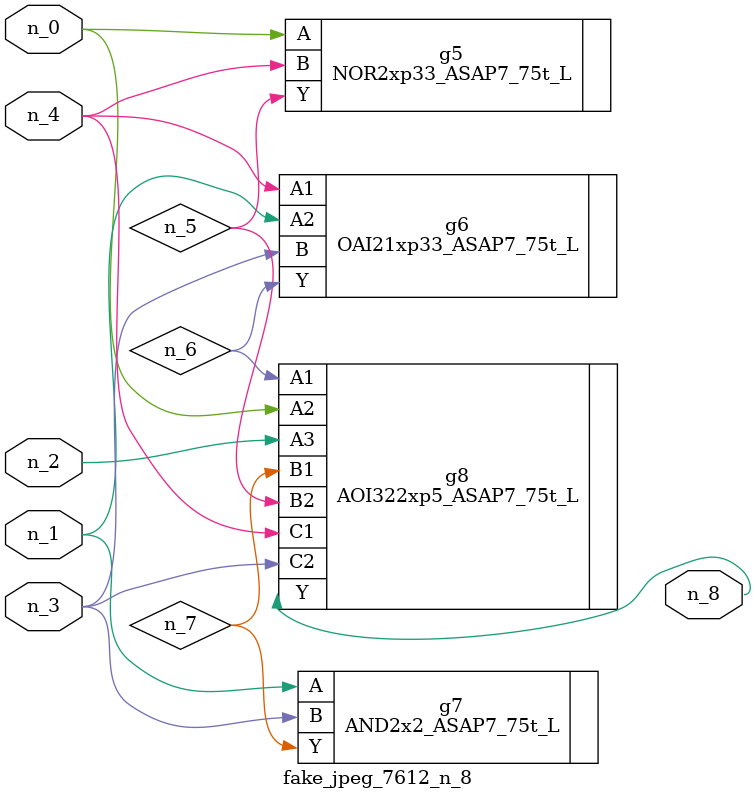
<source format=v>
module fake_jpeg_7612_n_8 (n_3, n_2, n_1, n_0, n_4, n_8);

input n_3;
input n_2;
input n_1;
input n_0;
input n_4;

output n_8;

wire n_6;
wire n_5;
wire n_7;

NOR2xp33_ASAP7_75t_L g5 ( 
.A(n_0),
.B(n_4),
.Y(n_5)
);

OAI21xp33_ASAP7_75t_L g6 ( 
.A1(n_4),
.A2(n_1),
.B(n_3),
.Y(n_6)
);

AND2x2_ASAP7_75t_L g7 ( 
.A(n_1),
.B(n_3),
.Y(n_7)
);

AOI322xp5_ASAP7_75t_L g8 ( 
.A1(n_6),
.A2(n_0),
.A3(n_2),
.B1(n_7),
.B2(n_5),
.C1(n_4),
.C2(n_3),
.Y(n_8)
);


endmodule
</source>
